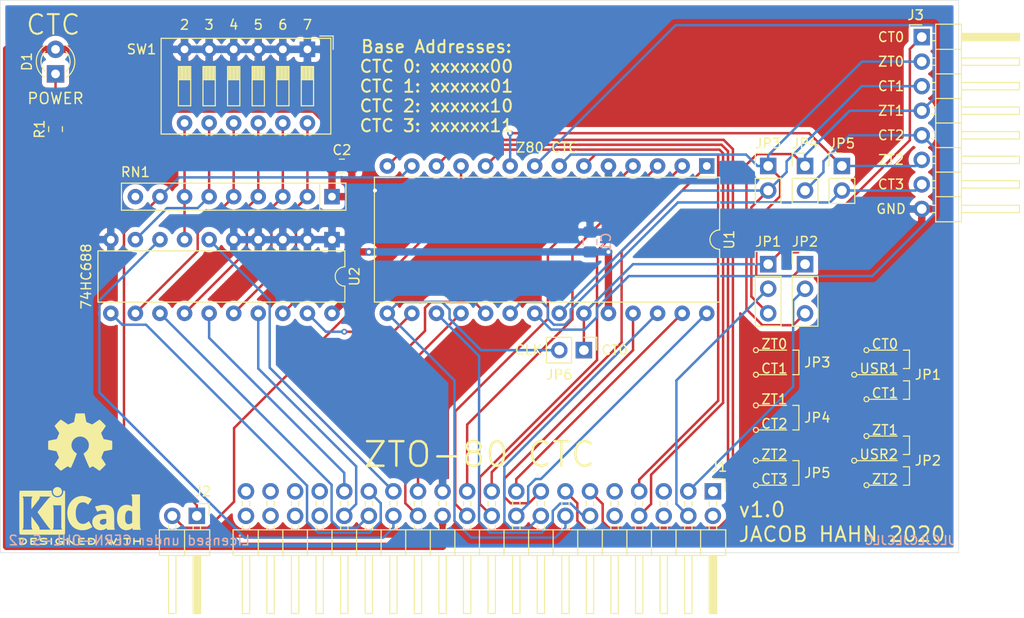
<source format=kicad_pcb>
(kicad_pcb (version 20171130) (host pcbnew "(5.1.6)-1")
  (title_block (title "ZTO-80 CTC") (date 2020-08-11) (rev 1.0) (company "Jacob Hahn"))
  (layers (0 F.Cu signal) (31 B.Cu signal) (34 B.Paste user) (35 F.Paste user) (36 B.SilkS user) (37 F.SilkS user) (38 B.Mask user) (39 F.Mask user) (44 Edge.Cuts user))
  (net 0 "")
  (net 1 VCC)
  (net 2 "Net-(D1-Pad1)")
  (net 3 /USR4)
  (net 4 /USR3)
  (net 5 /USR2)
  (net 6 /USR1)
  (net 7 /RXB)
  (net 8 /TXB)
  (net 9 /RD)
  (net 10 /IORQ)
  (net 11 /WR)
  (net 12 /MREQ)
  (net 13 /INT)
  (net 14 /RST)
  (net 15 /M1)
  (net 16 /CLK)
  (net 17 /D0)
  (net 18 /D1)
  (net 19 /D2)
  (net 20 /D3)
  (net 21 /D4)
  (net 22 /D5)
  (net 23 /D6)
  (net 24 /D7)
  (net 25 GND)
  (net 26 /A0)
  (net 27 /A1)
  (net 28 /A2)
  (net 29 /A3)
  (net 30 /A4)
  (net 31 /A5)
  (net 32 /A6)
  (net 33 /A7)
  (net 34 /A8)
  (net 35 /A9)
  (net 36 /A10)
  (net 37 /A11)
  (net 38 /A12)
  (net 39 /A13)
  (net 40 /A14)
  (net 41 /A15)
  (net 42 /IEO)
  (net 43 /CTCIEI)
  (net 44 /CT3)
  (net 45 /ZT2)
  (net 46 /CT2)
  (net 47 /ZT1)
  (net 48 /CT1)
  (net 49 /ZT0)
  (net 50 /CT0)
  (net 51 "Net-(RN1-Pad9)")
  (net 52 /SQ2)
  (net 53 /SQ3)
  (net 54 /SQ4)
  (net 55 /SQ5)
  (net 56 /SQ6)
  (net 57 /SQ7)
  (net 58 /CTCCE)
  (module Connector_PinHeader_2.54mm:PinHeader_2x20_P2.54mm_Horizontal (layer F.Cu) (at 169.545 113.665 270)
    (fp_text reference J1 (at -2.54 -0.635 180) (layer F.SilkS))
    (fp_text value "ZTO-80 Bus")
    (pad 40 thru_hole oval (at 2.54 48.26 270) (size 1.7 1.7) (drill 1) (layers *.Cu *.Mask) (net 41 /A15))
    (pad 39 thru_hole oval (at 0 48.26 270) (size 1.7 1.7) (drill 1) (layers *.Cu *.Mask) (net 40 /A14))
    (pad 38 thru_hole oval (at 2.54 45.72 270) (size 1.7 1.7) (drill 1) (layers *.Cu *.Mask) (net 39 /A13))
    (pad 37 thru_hole oval (at 0 45.72 270) (size 1.7 1.7) (drill 1) (layers *.Cu *.Mask) (net 38 /A12))
    (pad 36 thru_hole oval (at 2.54 43.18 270) (size 1.7 1.7) (drill 1) (layers *.Cu *.Mask) (net 37 /A11))
    (pad 35 thru_hole oval (at 0 43.18 270) (size 1.7 1.7) (drill 1) (layers *.Cu *.Mask) (net 36 /A10))
    (pad 34 thru_hole oval (at 2.54 40.64 270) (size 1.7 1.7) (drill 1) (layers *.Cu *.Mask) (net 35 /A9))
    (pad 33 thru_hole oval (at 0 40.64 270) (size 1.7 1.7) (drill 1) (layers *.Cu *.Mask) (net 34 /A8))
    (pad 32 thru_hole oval (at 2.54 38.1 270) (size 1.7 1.7) (drill 1) (layers *.Cu *.Mask) (net 33 /A7))
    (pad 31 thru_hole oval (at 0 38.1 270) (size 1.7 1.7) (drill 1) (layers *.Cu *.Mask) (net 32 /A6))
    (pad 30 thru_hole oval (at 2.54 35.56 270) (size 1.7 1.7) (drill 1) (layers *.Cu *.Mask) (net 31 /A5))
    (pad 29 thru_hole oval (at 0 35.56 270) (size 1.7 1.7) (drill 1) (layers *.Cu *.Mask) (net 30 /A4))
    (pad 28 thru_hole oval (at 2.54 33.02 270) (size 1.7 1.7) (drill 1) (layers *.Cu *.Mask) (net 29 /A3))
    (pad 27 thru_hole oval (at 0 33.02 270) (size 1.7 1.7) (drill 1) (layers *.Cu *.Mask) (net 28 /A2))
    (pad 26 thru_hole oval (at 2.54 30.48 270) (size 1.7 1.7) (drill 1) (layers *.Cu *.Mask) (net 27 /A1))
    (pad 25 thru_hole oval (at 0 30.48 270) (size 1.7 1.7) (drill 1) (layers *.Cu *.Mask) (net 26 /A0))
    (pad 24 thru_hole oval (at 2.54 27.94 270) (size 1.7 1.7) (drill 1) (layers *.Cu *.Mask) (net 1 VCC))
    (pad 23 thru_hole oval (at 0 27.94 270) (size 1.7 1.7) (drill 1) (layers *.Cu *.Mask) (net 25 GND))
    (pad 22 thru_hole oval (at 2.54 25.4 270) (size 1.7 1.7) (drill 1) (layers *.Cu *.Mask) (net 24 /D7))
    (pad 21 thru_hole oval (at 0 25.4 270) (size 1.7 1.7) (drill 1) (layers *.Cu *.Mask) (net 23 /D6))
    (pad 20 thru_hole oval (at 2.54 22.86 270) (size 1.7 1.7) (drill 1) (layers *.Cu *.Mask) (net 22 /D5))
    (pad 19 thru_hole oval (at 0 22.86 270) (size 1.7 1.7) (drill 1) (layers *.Cu *.Mask) (net 21 /D4))
    (pad 18 thru_hole oval (at 2.54 20.32 270) (size 1.7 1.7) (drill 1) (layers *.Cu *.Mask) (net 20 /D3))
    (pad 17 thru_hole oval (at 0 20.32 270) (size 1.7 1.7) (drill 1) (layers *.Cu *.Mask) (net 19 /D2))
    (pad 16 thru_hole oval (at 2.54 17.78 270) (size 1.7 1.7) (drill 1) (layers *.Cu *.Mask) (net 18 /D1))
    (pad 15 thru_hole oval (at 0 17.78 270) (size 1.7 1.7) (drill 1) (layers *.Cu *.Mask) (net 17 /D0))
    (pad 14 thru_hole oval (at 2.54 15.24 270) (size 1.7 1.7) (drill 1) (layers *.Cu *.Mask) (net 16 /CLK))
    (pad 13 thru_hole oval (at 0 15.24 270) (size 1.7 1.7) (drill 1) (layers *.Cu *.Mask) (net 15 /M1))
    (pad 12 thru_hole oval (at 2.54 12.7 270) (size 1.7 1.7) (drill 1) (layers *.Cu *.Mask) (net 14 /RST))
    (pad 11 thru_hole oval (at 0 12.7 270) (size 1.7 1.7) (drill 1) (layers *.Cu *.Mask) (net 13 /INT))
    (pad 10 thru_hole oval (at 2.54 10.16 270) (size 1.7 1.7) (drill 1) (layers *.Cu *.Mask) (net 12 /MREQ))
    (pad 9 thru_hole oval (at 0 10.16 270) (size 1.7 1.7) (drill 1) (layers *.Cu *.Mask) (net 11 /WR))
    (pad 8 thru_hole oval (at 2.54 7.62 270) (size 1.7 1.7) (drill 1) (layers *.Cu *.Mask) (net 10 /IORQ))
    (pad 7 thru_hole oval (at 0 7.62 270) (size 1.7 1.7) (drill 1) (layers *.Cu *.Mask) (net 9 /RD))
    (pad 6 thru_hole oval (at 2.54 5.08 270) (size 1.7 1.7) (drill 1) (layers *.Cu *.Mask) (net 8 /TXB))
    (pad 5 thru_hole oval (at 0 5.08 270) (size 1.7 1.7) (drill 1) (layers *.Cu *.Mask) (net 7 /RXB))
    (pad 4 thru_hole oval (at 2.54 2.54 270) (size 1.7 1.7) (drill 1) (layers *.Cu *.Mask) (net 6 /USR1))
    (pad 3 thru_hole oval (at 0 2.54 270) (size 1.7 1.7) (drill 1) (layers *.Cu *.Mask) (net 5 /USR2))
    (pad 2 thru_hole oval (at 2.54 0 270) (size 1.7 1.7) (drill 1) (layers *.Cu *.Mask) (net 4 /USR3))
    (pad 1 thru_hole rect (at 0 0 270) (size 1.7 1.7) (drill 1) (layers *.Cu *.Mask) (net 3 /USR4))
  )
  (module Connector_PinHeader_2.54mm:PinHeader_1x02_P2.54mm_Vertical (layer F.Cu) (at 156.21 99.06 270)
    (fp_text reference JP6 (at 2.54 2.54 180) (layer F.SilkS))
    (fp_text value Jumper_2_Open)
    (pad 1 thru_hole rect (at 0 0 270) (size 1.7 1.7) (drill 1) (layers *.Cu *.Mask) (net 50 /CT0))
    (pad 2 thru_hole oval (at 0 2.54 270) (size 1.7 1.7) (drill 1) (layers *.Cu *.Mask) (net 16 /CLK))
  )
  (module Symbol:OSHW-Symbol_6.7x6mm_SilkScreen (layer F.Cu) (at 104.14 108.585)
    (fp_text reference REF** hide)
    (fp_text value OSHW-Symbol_6.7x6mm_SilkScreen hide)
  )
  (module Symbol:KiCad-Logo2_5mm_SilkScreen (layer F.Cu) (at 104.14 116.205)
    (fp_text reference REF** hide)
    (fp_text value KiCad-Logo2_5mm_SilkScreen hide)
  )
  (module Connector_PinHeader_2.54mm:PinHeader_1x08_P2.54mm_Horizontal (layer F.Cu) (at 191.135 66.675)
    (fp_text reference J3 (at -0.635 -2.27) (layer F.SilkS))
    (fp_text value Conn_01x08)
    (pad 8 thru_hole oval (at 0 17.78) (size 1.7 1.7) (drill 1) (layers *.Cu *.Mask) (net 25 GND))
    (pad 7 thru_hole oval (at 0 15.24) (size 1.7 1.7) (drill 1) (layers *.Cu *.Mask) (net 44 /CT3))
    (pad 6 thru_hole oval (at 0 12.7) (size 1.7 1.7) (drill 1) (layers *.Cu *.Mask) (net 45 /ZT2))
    (pad 5 thru_hole oval (at 0 10.16) (size 1.7 1.7) (drill 1) (layers *.Cu *.Mask) (net 46 /CT2))
    (pad 4 thru_hole oval (at 0 7.62) (size 1.7 1.7) (drill 1) (layers *.Cu *.Mask) (net 47 /ZT1))
    (pad 3 thru_hole oval (at 0 5.08) (size 1.7 1.7) (drill 1) (layers *.Cu *.Mask) (net 48 /CT1))
    (pad 2 thru_hole oval (at 0 2.54) (size 1.7 1.7) (drill 1) (layers *.Cu *.Mask) (net 49 /ZT0))
    (pad 1 thru_hole rect (at 0 0) (size 1.7 1.7) (drill 1) (layers *.Cu *.Mask) (net 50 /CT0))
  )
  (module Package_DIP:DIP-28_W15.24mm (layer F.Cu) (at 168.91 80.01 270)
    (fp_text reference U1 (at 7.62 -2.33 90) (layer F.SilkS))
    (fp_text value Z80CTC)
    (pad 28 thru_hole oval (at 15.24 0 270) (size 1.6 1.6) (drill 0.8) (layers *.Cu *.Mask) (net 20 /D3))
    (pad 14 thru_hole oval (at 0 33.02 270) (size 1.6 1.6) (drill 0.8) (layers *.Cu *.Mask) (net 15 /M1))
    (pad 27 thru_hole oval (at 15.24 2.54 270) (size 1.6 1.6) (drill 0.8) (layers *.Cu *.Mask) (net 19 /D2))
    (pad 13 thru_hole oval (at 0 30.48 270) (size 1.6 1.6) (drill 0.8) (layers *.Cu *.Mask) (net 43 /CTCIEI))
    (pad 26 thru_hole oval (at 15.24 5.08 270) (size 1.6 1.6) (drill 0.8) (layers *.Cu *.Mask) (net 18 /D1))
    (pad 12 thru_hole oval (at 0 27.94 270) (size 1.6 1.6) (drill 0.8) (layers *.Cu *.Mask) (net 13 /INT))
    (pad 25 thru_hole oval (at 15.24 7.62 270) (size 1.6 1.6) (drill 0.8) (layers *.Cu *.Mask) (net 17 /D0))
    (pad 11 thru_hole oval (at 0 25.4 270) (size 1.6 1.6) (drill 0.8) (layers *.Cu *.Mask) (net 42 /IEO))
    (pad 24 thru_hole oval (at 15.24 10.16 270) (size 1.6 1.6) (drill 0.8) (layers *.Cu *.Mask) (net 1 VCC))
    (pad 10 thru_hole oval (at 0 22.86 270) (size 1.6 1.6) (drill 0.8) (layers *.Cu *.Mask) (net 10 /IORQ))
    (pad 23 thru_hole oval (at 15.24 12.7 270) (size 1.6 1.6) (drill 0.8) (layers *.Cu *.Mask) (net 50 /CT0))
    (pad 9 thru_hole oval (at 0 20.32 270) (size 1.6 1.6) (drill 0.8) (layers *.Cu *.Mask) (net 45 /ZT2))
    (pad 22 thru_hole oval (at 15.24 15.24 270) (size 1.6 1.6) (drill 0.8) (layers *.Cu *.Mask) (net 48 /CT1))
    (pad 8 thru_hole oval (at 0 17.78 270) (size 1.6 1.6) (drill 0.8) (layers *.Cu *.Mask) (net 47 /ZT1))
    (pad 21 thru_hole oval (at 15.24 17.78 270) (size 1.6 1.6) (drill 0.8) (layers *.Cu *.Mask) (net 46 /CT2))
    (pad 7 thru_hole oval (at 0 15.24 270) (size 1.6 1.6) (drill 0.8) (layers *.Cu *.Mask) (net 49 /ZT0))
    (pad 20 thru_hole oval (at 15.24 20.32 270) (size 1.6 1.6) (drill 0.8) (layers *.Cu *.Mask) (net 44 /CT3))
    (pad 6 thru_hole oval (at 0 12.7 270) (size 1.6 1.6) (drill 0.8) (layers *.Cu *.Mask) (net 9 /RD))
    (pad 19 thru_hole oval (at 15.24 22.86 270) (size 1.6 1.6) (drill 0.8) (layers *.Cu *.Mask) (net 27 /A1))
    (pad 5 thru_hole oval (at 0 10.16 270) (size 1.6 1.6) (drill 0.8) (layers *.Cu *.Mask) (net 25 GND))
    (pad 18 thru_hole oval (at 15.24 25.4 270) (size 1.6 1.6) (drill 0.8) (layers *.Cu *.Mask) (net 26 /A0))
    (pad 4 thru_hole oval (at 0 7.62 270) (size 1.6 1.6) (drill 0.8) (layers *.Cu *.Mask) (net 24 /D7))
    (pad 17 thru_hole oval (at 15.24 27.94 270) (size 1.6 1.6) (drill 0.8) (layers *.Cu *.Mask) (net 14 /RST))
    (pad 3 thru_hole oval (at 0 5.08 270) (size 1.6 1.6) (drill 0.8) (layers *.Cu *.Mask) (net 23 /D6))
    (pad 16 thru_hole oval (at 15.24 30.48 270) (size 1.6 1.6) (drill 0.8) (layers *.Cu *.Mask) (net 58 /CTCCE))
    (pad 2 thru_hole oval (at 0 2.54 270) (size 1.6 1.6) (drill 0.8) (layers *.Cu *.Mask) (net 22 /D5))
    (pad 15 thru_hole oval (at 15.24 33.02 270) (size 1.6 1.6) (drill 0.8) (layers *.Cu *.Mask) (net 16 /CLK))
    (pad 1 thru_hole rect (at 0 0 270) (size 1.6 1.6) (drill 0.8) (layers *.Cu *.Mask) (net 21 /D4))
  )
  (module Connector_PinHeader_2.54mm:PinHeader_1x02_P2.54mm_Horizontal (layer F.Cu) (at 116.205 116.205 270)
    (fp_text reference J2 (at -2.54 -0.635 180) (layer F.SilkS))
    (fp_text value Conn_01x02)
    (pad 2 thru_hole oval (at 0 2.54 270) (size 1.7 1.7) (drill 1) (layers *.Cu *.Mask) (net 42 /IEO))
    (pad 1 thru_hole rect (at 0 0 270) (size 1.7 1.7) (drill 1) (layers *.Cu *.Mask) (net 43 /CTCIEI))
  )
  (module Capacitor_SMD:C_0805_2012Metric_Pad1.15x1.40mm_HandSolder (layer F.Cu) (at 131.2 80.01)
    (fp_text reference C2 (at 0 -1.65) (layer F.SilkS))
    (fp_text value .1u)
    (pad 2 smd roundrect (at 1.025 0) (size 1.15 1.4) (layers F.Cu F.Paste F.Mask) (roundrect_rratio 0.217391) (net 25 GND))
    (pad 1 smd roundrect (at -1.025 0) (size 1.15 1.4) (layers F.Cu F.Paste F.Mask) (roundrect_rratio 0.217391) (net 1 VCC))
  )
  (module Capacitor_SMD:C_0805_2012Metric_Pad1.15x1.40mm_HandSolder (layer B.Cu) (at 156.845 87.875 90)
    (fp_text reference C1 (at 0 1.65 270) (layer B.SilkS) (effects (justify mirror)))
    (fp_text value .1u)
    (pad 2 smd roundrect (at 1.025 0 90) (size 1.15 1.4) (layers B.Cu B.Paste B.Mask) (roundrect_rratio 0.217391) (net 25 GND))
    (pad 1 smd roundrect (at -1.025 0 90) (size 1.15 1.4) (layers B.Cu B.Paste B.Mask) (roundrect_rratio 0.217391) (net 1 VCC))
  )
  (module Package_DIP:DIP-20_W7.62mm (layer F.Cu) (at 130.175 87.63 270)
    (fp_text reference U2 (at 3.81 -2.33 90) (layer F.SilkS))
    (fp_text value 74HC688)
    (pad 20 thru_hole oval (at 7.62 0 270) (size 1.6 1.6) (drill 0.8) (layers *.Cu *.Mask) (net 1 VCC))
    (pad 10 thru_hole oval (at 0 22.86 270) (size 1.6 1.6) (drill 0.8) (layers *.Cu *.Mask) (net 25 GND))
    (pad 19 thru_hole oval (at 7.62 2.54 270) (size 1.6 1.6) (drill 0.8) (layers *.Cu *.Mask) (net 58 /CTCCE))
    (pad 9 thru_hole oval (at 0 20.32 270) (size 1.6 1.6) (drill 0.8) (layers *.Cu *.Mask) (net 53 /SQ3))
    (pad 18 thru_hole oval (at 7.62 5.08 270) (size 1.6 1.6) (drill 0.8) (layers *.Cu *.Mask) (net 57 /SQ7))
    (pad 8 thru_hole oval (at 0 17.78 270) (size 1.6 1.6) (drill 0.8) (layers *.Cu *.Mask) (net 29 /A3))
    (pad 17 thru_hole oval (at 7.62 7.62 270) (size 1.6 1.6) (drill 0.8) (layers *.Cu *.Mask) (net 33 /A7))
    (pad 7 thru_hole oval (at 0 15.24 270) (size 1.6 1.6) (drill 0.8) (layers *.Cu *.Mask) (net 52 /SQ2))
    (pad 16 thru_hole oval (at 7.62 10.16 270) (size 1.6 1.6) (drill 0.8) (layers *.Cu *.Mask) (net 56 /SQ6))
    (pad 6 thru_hole oval (at 0 12.7 270) (size 1.6 1.6) (drill 0.8) (layers *.Cu *.Mask) (net 28 /A2))
    (pad 15 thru_hole oval (at 7.62 12.7 270) (size 1.6 1.6) (drill 0.8) (layers *.Cu *.Mask) (net 32 /A6))
    (pad 5 thru_hole oval (at 0 10.16 270) (size 1.6 1.6) (drill 0.8) (layers *.Cu *.Mask) (net 25 GND))
    (pad 14 thru_hole oval (at 7.62 15.24 270) (size 1.6 1.6) (drill 0.8) (layers *.Cu *.Mask) (net 55 /SQ5))
    (pad 4 thru_hole oval (at 0 7.62 270) (size 1.6 1.6) (drill 0.8) (layers *.Cu *.Mask) (net 25 GND))
    (pad 13 thru_hole oval (at 7.62 17.78 270) (size 1.6 1.6) (drill 0.8) (layers *.Cu *.Mask) (net 31 /A5))
    (pad 3 thru_hole oval (at 0 5.08 270) (size 1.6 1.6) (drill 0.8) (layers *.Cu *.Mask) (net 25 GND))
    (pad 12 thru_hole oval (at 7.62 20.32 270) (size 1.6 1.6) (drill 0.8) (layers *.Cu *.Mask) (net 54 /SQ4))
    (pad 2 thru_hole oval (at 0 2.54 270) (size 1.6 1.6) (drill 0.8) (layers *.Cu *.Mask) (net 25 GND))
    (pad 11 thru_hole oval (at 7.62 22.86 270) (size 1.6 1.6) (drill 0.8) (layers *.Cu *.Mask) (net 30 /A4))
    (pad 1 thru_hole rect (at 0 0 270) (size 1.6 1.6) (drill 0.8) (layers *.Cu *.Mask) (net 25 GND))
  )
  (module Button_Switch_THT:SW_DIP_SPSTx06_Slide_9.78x17.42mm_W7.62mm_P2.54mm (layer F.Cu) (at 127.635 67.945 270)
    (fp_text reference SW1 (at 0 17.145 180) (layer F.SilkS))
    (fp_text value SW_DIP_x06)
    (pad 1 thru_hole rect (at 0 0 270) (size 1.6 1.6) (drill 0.8) (layers *.Cu *.Mask) (net 25 GND))
    (pad 7 thru_hole oval (at 7.62 12.7 270) (size 1.6 1.6) (drill 0.8) (layers *.Cu *.Mask) (net 52 /SQ2))
    (pad 2 thru_hole oval (at 0 2.54 270) (size 1.6 1.6) (drill 0.8) (layers *.Cu *.Mask) (net 25 GND))
    (pad 8 thru_hole oval (at 7.62 10.16 270) (size 1.6 1.6) (drill 0.8) (layers *.Cu *.Mask) (net 53 /SQ3))
    (pad 3 thru_hole oval (at 0 5.08 270) (size 1.6 1.6) (drill 0.8) (layers *.Cu *.Mask) (net 25 GND))
    (pad 9 thru_hole oval (at 7.62 7.62 270) (size 1.6 1.6) (drill 0.8) (layers *.Cu *.Mask) (net 54 /SQ4))
    (pad 4 thru_hole oval (at 0 7.62 270) (size 1.6 1.6) (drill 0.8) (layers *.Cu *.Mask) (net 25 GND))
    (pad 10 thru_hole oval (at 7.62 5.08 270) (size 1.6 1.6) (drill 0.8) (layers *.Cu *.Mask) (net 55 /SQ5))
    (pad 5 thru_hole oval (at 0 10.16 270) (size 1.6 1.6) (drill 0.8) (layers *.Cu *.Mask) (net 25 GND))
    (pad 11 thru_hole oval (at 7.62 2.54 270) (size 1.6 1.6) (drill 0.8) (layers *.Cu *.Mask) (net 56 /SQ6))
    (pad 6 thru_hole oval (at 0 12.7 270) (size 1.6 1.6) (drill 0.8) (layers *.Cu *.Mask) (net 25 GND))
    (pad 12 thru_hole oval (at 7.62 0 270) (size 1.6 1.6) (drill 0.8) (layers *.Cu *.Mask) (net 57 /SQ7))
  )
  (module Resistor_THT:R_Array_SIP9 (layer F.Cu) (at 130.175 83.185 180)
    (fp_text reference RN1 (at 20.32 2.54) (layer F.SilkS))
    (fp_text value 10k)
    (pad 9 thru_hole oval (at 20.32 0 180) (size 1.6 1.6) (drill 0.8) (layers *.Cu *.Mask) (net 51 "Net-(RN1-Pad9)"))
    (pad 8 thru_hole oval (at 17.78 0 180) (size 1.6 1.6) (drill 0.8) (layers *.Cu *.Mask) (net 43 /CTCIEI))
    (pad 7 thru_hole oval (at 15.24 0 180) (size 1.6 1.6) (drill 0.8) (layers *.Cu *.Mask) (net 52 /SQ2))
    (pad 6 thru_hole oval (at 12.7 0 180) (size 1.6 1.6) (drill 0.8) (layers *.Cu *.Mask) (net 53 /SQ3))
    (pad 5 thru_hole oval (at 10.16 0 180) (size 1.6 1.6) (drill 0.8) (layers *.Cu *.Mask) (net 54 /SQ4))
    (pad 4 thru_hole oval (at 7.62 0 180) (size 1.6 1.6) (drill 0.8) (layers *.Cu *.Mask) (net 55 /SQ5))
    (pad 3 thru_hole oval (at 5.08 0 180) (size 1.6 1.6) (drill 0.8) (layers *.Cu *.Mask) (net 56 /SQ6))
    (pad 2 thru_hole oval (at 2.54 0 180) (size 1.6 1.6) (drill 0.8) (layers *.Cu *.Mask) (net 57 /SQ7))
    (pad 1 thru_hole rect (at 0 0 180) (size 1.6 1.6) (drill 0.8) (layers *.Cu *.Mask) (net 1 VCC))
  )
  (module Connector_PinHeader_2.54mm:PinHeader_1x02_P2.54mm_Vertical (layer F.Cu) (at 182.88 80.01)
    (fp_text reference JP5 (at 0 -2.33) (layer F.SilkS))
    (fp_text value Jumper_2_Open)
    (pad 2 thru_hole oval (at 0 2.54) (size 1.7 1.7) (drill 1) (layers *.Cu *.Mask) (net 44 /CT3))
    (pad 1 thru_hole rect (at 0 0) (size 1.7 1.7) (drill 1) (layers *.Cu *.Mask) (net 45 /ZT2))
  )
  (module Connector_PinHeader_2.54mm:PinHeader_1x02_P2.54mm_Vertical (layer F.Cu) (at 179.07 80.01)
    (fp_text reference JP4 (at 0 -2.33) (layer F.SilkS))
    (fp_text value Jumper_2_Open)
    (pad 2 thru_hole oval (at 0 2.54) (size 1.7 1.7) (drill 1) (layers *.Cu *.Mask) (net 46 /CT2))
    (pad 1 thru_hole rect (at 0 0) (size 1.7 1.7) (drill 1) (layers *.Cu *.Mask) (net 47 /ZT1))
  )
  (module Connector_PinHeader_2.54mm:PinHeader_1x02_P2.54mm_Vertical (layer F.Cu) (at 175.26 80.01)
    (fp_text reference JP3 (at 0 -2.33) (layer F.SilkS))
    (fp_text value Jumper_2_Open)
    (pad 2 thru_hole oval (at 0 2.54) (size 1.7 1.7) (drill 1) (layers *.Cu *.Mask) (net 48 /CT1))
    (pad 1 thru_hole rect (at 0 0) (size 1.7 1.7) (drill 1) (layers *.Cu *.Mask) (net 49 /ZT0))
  )
  (module Connector_PinHeader_2.54mm:PinHeader_1x03_P2.54mm_Vertical (layer F.Cu) (at 179.07 90.17)
    (fp_text reference JP2 (at 0 -2.33) (layer F.SilkS))
    (fp_text value Jumper_3_Open)
    (pad 1 thru_hole rect (at 0 0) (size 1.7 1.7) (drill 1) (layers *.Cu *.Mask) (net 49 /ZT0))
    (pad 2 thru_hole oval (at 0 2.54) (size 1.7 1.7) (drill 1) (layers *.Cu *.Mask) (net 5 /USR2))
    (pad 3 thru_hole oval (at 0 5.08) (size 1.7 1.7) (drill 1) (layers *.Cu *.Mask) (net 47 /ZT1))
  )
  (module Connector_PinHeader_2.54mm:PinHeader_1x03_P2.54mm_Vertical (layer F.Cu) (at 175.26 90.17)
    (fp_text reference JP1 (at 0 -2.33) (layer F.SilkS))
    (fp_text value Jumper_3_Open)
    (pad 3 thru_hole oval (at 0 5.08) (size 1.7 1.7) (drill 1) (layers *.Cu *.Mask) (net 48 /CT1))
    (pad 2 thru_hole oval (at 0 2.54) (size 1.7 1.7) (drill 1) (layers *.Cu *.Mask) (net 6 /USR1))
    (pad 1 thru_hole rect (at 0 0) (size 1.7 1.7) (drill 1) (layers *.Cu *.Mask) (net 50 /CT0))
  )
  (module Resistor_SMD:R_0805_2012Metric_Pad1.15x1.40mm_HandSolder (layer F.Cu) (at 101.6 76.2 90)
    (fp_text reference R1 (at 0 -1.65 90) (layer F.SilkS))
    (fp_text value 220)
    (pad 2 smd roundrect (at 1.025 0 90) (size 1.15 1.4) (layers F.Cu F.Paste F.Mask) (roundrect_rratio 0.217391) (net 2 "Net-(D1-Pad1)"))
    (pad 1 smd roundrect (at -1.025 0 90) (size 1.15 1.4) (layers F.Cu F.Paste F.Mask) (roundrect_rratio 0.217391) (net 25 GND))
  )
  (module LED_THT:LED_D3.0mm (layer F.Cu) (at 101.6 70.485 90)
    (fp_text reference D1 (at 1.27 -2.96 90) (layer F.SilkS))
    (fp_text value "LED 3MM RED")
    (pad 2 thru_hole circle (at 2.54 0 90) (size 1.8 1.8) (drill 0.9) (layers *.Cu *.Mask) (net 1 VCC))
    (pad 1 thru_hole rect (at 0 0 90) (size 1.8 1.8) (drill 0.9) (layers *.Cu *.Mask) (net 2 "Net-(D1-Pad1)"))
  )
  (gr_text 7 (at 127.635 65.405) (layer F.SilkS) (effects (font (size 1 1))))
  (gr_text 6 (at 125.095 65.405) (layer F.SilkS) (effects (font (size 1 1))))
  (gr_text 5 (at 122.555 65.405) (layer F.SilkS) (effects (font (size 1 1))))
  (gr_text 4 (at 120.015 65.405) (layer F.SilkS) (effects (font (size 1 1))))
  (gr_text 3 (at 117.475 65.405) (layer F.SilkS) (effects (font (size 1 1))))
  (gr_text 2 (at 114.935 65.405) (layer F.SilkS) (effects (font (size 1 1))))
  (gr_text "Base Addresses:\nCTC 0: xxxxxx00\nCTC 1: xxxxxx01\nCTC 2: xxxxxx10\nCTC 3: xxxxxx11" (at 140.97 71.755) (layer F.SilkS) (effects (font (size 1.27 1.27) (thickness 0.2032))))
  (gr_text "Licensed under CERN-OHL-S v2" (at 109.22 118.745) (layer B.SilkS) (effects (font (size 1 1)) (justify mirror)))
  (gr_text v1.0 (at 172.085 115.57) (layer F.SilkS) (effects (font (size 1.524 1.524) (thickness 0.2032)) (justify left)))
  (gr_text CT0 (at 159.385 99.06) (layer F.SilkS) (effects (font (size 1 1))))
  (gr_text CLK (at 150.495 99.06) (layer F.SilkS) (effects (font (size 1 1))))
  (gr_text 74HC688 (at 104.775 91.44 90) (layer F.SilkS) (effects (font (size 1 1))))
  (gr_text "Z80 CTC" (at 152.4 78.105) (layer F.SilkS) (effects (font (size 1 1))))
  (gr_text JP2 (at 191.77 110.49) (layer F.SilkS) (effects (font (size 1 1))))
  (gr_text JP1 (at 191.77 101.6) (layer F.SilkS) (effects (font (size 1 1))))
  (gr_text ZT2 (at 187.325 112.395) (layer F.SilkS) (effects (font (size 1 1))))
  (gr_text ZT1 (at 187.325 107.315) (layer F.SilkS) (effects (font (size 1 1))))
  (gr_text CT1 (at 187.325 103.505) (layer F.SilkS) (effects (font (size 1 1))))
  (gr_text CT0 (at 187.325 98.425) (layer F.SilkS) (effects (font (size 1 1))))
  (gr_text USR2 (at 186.69 109.855) (layer F.SilkS) (effects (font (size 1 1))))
  (gr_text USR1 (at 186.69 100.965) (layer F.SilkS) (effects (font (size 1 1))))
  (gr_line (start 189.865 113.03) (end 189.23 113.03) (layer F.SilkS) (width 0.12))
  (gr_line (start 189.865 111.125) (end 189.865 113.03) (layer F.SilkS) (width 0.12))
  (gr_line (start 189.23 111.125) (end 189.865 111.125) (layer F.SilkS) (width 0.12))
  (gr_line (start 189.865 109.855) (end 189.23 109.855) (layer F.SilkS) (width 0.12))
  (gr_line (start 189.865 107.95) (end 189.865 109.855) (layer F.SilkS) (width 0.12))
  (gr_line (start 189.23 107.95) (end 189.865 107.95) (layer F.SilkS) (width 0.12))
  (gr_circle (center 185.42 113.03) (end 185.674 113.03) (layer F.SilkS) (width 0.12))
  (gr_line (start 185.674 113.03) (end 188.595 113.03) (layer F.SilkS) (width 0.12))
  (gr_line (start 184.404 110.49) (end 188.595 110.49) (layer F.SilkS) (width 0.12))
  (gr_circle (center 184.15 110.49) (end 184.404 110.49) (layer F.SilkS) (width 0.12))
  (gr_line (start 185.674 107.95) (end 188.595 107.95) (layer F.SilkS) (width 0.12))
  (gr_circle (center 185.42 107.95) (end 185.674 107.95) (layer F.SilkS) (width 0.12))
  (gr_line (start 189.865 102.235) (end 189.23 102.235) (layer F.SilkS) (width 0.12))
  (gr_line (start 189.865 104.14) (end 189.865 102.235) (layer F.SilkS) (width 0.12))
  (gr_line (start 189.23 104.14) (end 189.865 104.14) (layer F.SilkS) (width 0.12))
  (gr_line (start 189.865 100.965) (end 189.23 100.965) (layer F.SilkS) (width 0.12))
  (gr_line (start 189.865 99.06) (end 189.865 100.965) (layer F.SilkS) (width 0.12))
  (gr_line (start 189.23 99.06) (end 189.865 99.06) (layer F.SilkS) (width 0.12))
  (gr_circle (center 185.42 104.14) (end 185.674 104.14) (layer F.SilkS) (width 0.12))
  (gr_line (start 185.674 104.14) (end 188.595 104.14) (layer F.SilkS) (width 0.12))
  (gr_circle (center 184.15 101.6) (end 184.404 101.6) (layer F.SilkS) (width 0.12))
  (gr_line (start 184.404 101.6) (end 188.595 101.6) (layer F.SilkS) (width 0.12))
  (gr_circle (center 185.42 99.06) (end 185.674 99.06) (layer F.SilkS) (width 0.12))
  (gr_line (start 185.674 99.06) (end 188.595 99.06) (layer F.SilkS) (width 0.12))
  (gr_line (start 178.435 113.03) (end 177.8 113.03) (layer F.SilkS) (width 0.12))
  (gr_line (start 178.435 110.49) (end 178.435 113.03) (layer F.SilkS) (width 0.12))
  (gr_line (start 177.8 110.49) (end 178.435 110.49) (layer F.SilkS) (width 0.12))
  (gr_line (start 178.435 107.315) (end 177.8 107.315) (layer F.SilkS) (width 0.12))
  (gr_line (start 178.435 104.775) (end 178.435 107.315) (layer F.SilkS) (width 0.12))
  (gr_line (start 177.8 104.775) (end 178.435 104.775) (layer F.SilkS) (width 0.12))
  (gr_line (start 178.435 101.6) (end 177.8 101.6) (layer F.SilkS) (width 0.12))
  (gr_line (start 178.435 99.06) (end 178.435 101.6) (layer F.SilkS) (width 0.12))
  (gr_line (start 177.8 99.06) (end 178.435 99.06) (layer F.SilkS) (width 0.12))
  (gr_line (start 174.244 99.06) (end 177.165 99.06) (layer F.SilkS) (width 0.12))
  (gr_circle (center 173.99 99.06) (end 174.244 99.06) (layer F.SilkS) (width 0.12))
  (gr_line (start 174.244 101.6) (end 177.165 101.6) (layer F.SilkS) (width 0.12))
  (gr_circle (center 173.99 101.6) (end 174.244 101.6) (layer F.SilkS) (width 0.12))
  (gr_line (start 174.244 104.775) (end 177.165 104.775) (layer F.SilkS) (width 0.12))
  (gr_circle (center 173.99 104.775) (end 174.244 104.775) (layer F.SilkS) (width 0.12))
  (gr_circle (center 173.99 107.315) (end 174.244 107.315) (layer F.SilkS) (width 0.12))
  (gr_line (start 174.244 107.315) (end 177.165 107.315) (layer F.SilkS) (width 0.12))
  (gr_circle (center 173.99 110.49) (end 174.244 110.49) (layer F.SilkS) (width 0.12))
  (gr_line (start 174.244 110.49) (end 177.165 110.49) (layer F.SilkS) (width 0.12))
  (gr_circle (center 173.99 113.03) (end 174.244 113.03) (layer F.SilkS) (width 0.12))
  (gr_text CT3 (at 175.895 112.395) (layer F.SilkS) (effects (font (size 1 1))))
  (gr_text JP5 (at 180.34 111.76) (layer F.SilkS) (effects (font (size 1 1))))
  (gr_text ZT2 (at 175.895 109.855) (layer F.SilkS) (effects (font (size 1 1))))
  (gr_line (start 174.244 113.03) (end 177.165 113.03) (layer F.SilkS) (width 0.12))
  (gr_text CT2 (at 175.895 106.68) (layer F.SilkS) (effects (font (size 1 1))))
  (gr_text JP4 (at 180.34 106.045) (layer F.SilkS) (effects (font (size 1 1))))
  (gr_text ZT1 (at 175.895 104.14) (layer F.SilkS) (effects (font (size 1 1))))
  (gr_text CT1 (at 175.895 100.965) (layer F.SilkS) (effects (font (size 1 1))))
  (gr_text JP3 (at 180.34 100.33) (layer F.SilkS) (effects (font (size 1 1))))
  (gr_text ZT0 (at 175.895 98.425) (layer F.SilkS) (effects (font (size 1 1))))
  (gr_text GND (at 187.96 84.455) (layer F.SilkS) (effects (font (size 1 1))))
  (gr_text CT3 (at 187.96 81.915) (layer F.SilkS) (effects (font (size 1 1))))
  (gr_text ZT2 (at 187.96 79.375) (layer F.SilkS) (effects (font (size 1 1))))
  (gr_text CT2 (at 187.96 76.835) (layer F.SilkS) (effects (font (size 1 1))))
  (gr_text ZT1 (at 187.96 74.295) (layer F.SilkS) (effects (font (size 1 1))))
  (gr_text CT1 (at 187.96 71.755) (layer F.SilkS) (effects (font (size 1 1))))
  (gr_text ZT0 (at 187.96 69.215) (layer F.SilkS) (effects (font (size 1 1))))
  (gr_text CT0 (at 187.96 66.675) (layer F.SilkS) (effects (font (size 1 1))))
  (gr_text POWER (at 101.6 73.025) (layer F.SilkS) (effects (font (size 1.143 1.143) (thickness 0.1524))))
  (gr_text JLCJLCJLCJLC (at 189.865 118.745) (layer B.SilkS) (effects (font (size 0.899998 0.899998) (thickness 0.159995)) (justify mirror)))
  (gr_text "JACOB HAHN 2020" (at 182.88 118.11) (layer F.SilkS) (effects (font (size 1.524 1.524) (thickness 0.2032))))
  (gr_text "ZTO-80 CTC" (at 145.415 109.855) (layer F.SilkS) (effects (font (size 2.54 2.54) (thickness 0.254))))
  (gr_text CTC (at 98.425 65.405) (layer F.SilkS) (effects (font (size 2.032 2.032) (thickness 0.2032)) (justify left)))
  (gr_line (start 95.885 120.015) (end 95.885 62.865) (layer Edge.Cuts) (width 0.05))
  (gr_line (start 194.945 120.015) (end 95.885 120.015) (layer Edge.Cuts) (width 0.05))
  (gr_line (start 194.945 62.865) (end 194.945 120.015) (layer Edge.Cuts) (width 0.05))
  (gr_line (start 95.885 62.865) (end 194.945 62.865) (layer Edge.Cuts) (width 0.05))
  (segment (start 132.08 93.345) (end 130.974999 94.450001) (width 0.762) (layer F.Cu) (net 1))
  (segment (start 130.974999 94.450001) (end 130.175 95.25) (width 0.762) (layer F.Cu) (net 1))
  (segment (start 131.737 83.185) (end 132.08 83.528) (width 0.762) (layer F.Cu) (net 1))
  (segment (start 130.175 83.185) (end 131.737 83.185) (width 0.762) (layer F.Cu) (net 1))
  (via (at 158.75 88.9) (size 0.8128) (drill 0.4064) (layers F.Cu B.Cu) (net 1))
  (segment (start 158.75 95.25) (end 158.75 88.9) (width 0.762) (layer F.Cu) (net 1))
  (segment (start 158.75 88.9) (end 133.985 88.9) (width 0.762) (layer B.Cu) (net 1))
  (via (at 133.985 88.9) (size 0.8128) (drill 0.4064) (layers F.Cu B.Cu) (net 1))
  (segment (start 132.08 83.528) (end 132.08 88.9) (width 0.762) (layer F.Cu) (net 1))
  (segment (start 133.985 88.9) (end 132.08 88.9) (width 0.762) (layer F.Cu) (net 1))
  (segment (start 132.08 88.9) (end 132.08 93.345) (width 0.762) (layer F.Cu) (net 1))
  (segment (start 130.175 75.981198) (end 130.175 83.185) (width 0.762) (layer F.Cu) (net 1))
  (segment (start 102.872792 67.945) (end 109.057791 74.129999) (width 0.762) (layer F.Cu) (net 1))
  (segment (start 128.323801 74.129999) (end 130.175 75.981198) (width 0.762) (layer F.Cu) (net 1))
  (segment (start 109.057791 74.129999) (end 128.323801 74.129999) (width 0.762) (layer F.Cu) (net 1))
  (segment (start 101.6 67.945) (end 102.872792 67.945) (width 0.762) (layer F.Cu) (net 1))
  (segment (start 141.605 116.205) (end 141.605 119.35499) (width 0.762) (layer F.Cu) (net 1))
  (segment (start 141.605 119.35499) (end 96.54501 119.35499) (width 0.762) (layer F.Cu) (net 1))
  (segment (start 96.54501 119.35499) (end 96.54501 67.945) (width 0.762) (layer F.Cu) (net 1))
  (segment (start 96.54501 67.945) (end 101.6 67.945) (width 0.762) (layer F.Cu) (net 1))
  (segment (start 101.6 70.485) (end 101.6 75.175) (width 0.254) (layer F.Cu) (net 2))
  (segment (start 167.854999 112.815001) (end 167.005 113.665) (width 0.254) (layer B.Cu) (net 5))
  (segment (start 177.838999 93.941001) (end 177.838999 102.831001) (width 0.254) (layer B.Cu) (net 5))
  (segment (start 177.838999 102.831001) (end 167.854999 112.815001) (width 0.254) (layer B.Cu) (net 5))
  (segment (start 179.07 92.71) (end 177.838999 93.941001) (width 0.254) (layer B.Cu) (net 5))
  (segment (start 166.155001 115.355001) (end 167.005 116.205) (width 0.254) (layer B.Cu) (net 6))
  (segment (start 165.773999 114.973999) (end 166.155001 115.355001) (width 0.254) (layer B.Cu) (net 6))
  (segment (start 165.773999 102.196001) (end 165.773999 114.973999) (width 0.254) (layer B.Cu) (net 6))
  (segment (start 175.26 92.71) (end 165.773999 102.196001) (width 0.254) (layer B.Cu) (net 6))
  (segment (start 157.391001 78.828999) (end 157.009999 79.210001) (width 0.254) (layer F.Cu) (net 9))
  (segment (start 170.014801 78.828999) (end 157.391001 78.828999) (width 0.254) (layer F.Cu) (net 9))
  (segment (start 157.009999 79.210001) (end 156.21 80.01) (width 0.254) (layer F.Cu) (net 9))
  (segment (start 170.091001 78.905199) (end 170.014801 78.828999) (width 0.254) (layer F.Cu) (net 9))
  (segment (start 170.091001 104.296918) (end 170.091001 78.905199) (width 0.254) (layer F.Cu) (net 9))
  (segment (start 161.925 112.462919) (end 170.091001 104.296918) (width 0.254) (layer F.Cu) (net 9))
  (segment (start 161.925 113.665) (end 161.925 112.462919) (width 0.254) (layer F.Cu) (net 9))
  (segment (start 146.849999 79.210001) (end 146.05 80.01) (width 0.254) (layer F.Cu) (net 10))
  (segment (start 147.739011 78.320989) (end 146.849999 79.210001) (width 0.254) (layer F.Cu) (net 10))
  (segment (start 170.59901 78.694774) (end 170.225225 78.320989) (width 0.254) (layer F.Cu) (net 10))
  (segment (start 170.599011 104.507342) (end 170.59901 78.694774) (width 0.254) (layer F.Cu) (net 10))
  (segment (start 163.156001 111.950352) (end 170.599011 104.507342) (width 0.254) (layer F.Cu) (net 10))
  (segment (start 170.225225 78.320989) (end 147.739011 78.320989) (width 0.254) (layer F.Cu) (net 10))
  (segment (start 163.156001 114.973999) (end 163.156001 111.950352) (width 0.254) (layer F.Cu) (net 10))
  (segment (start 161.925 116.205) (end 163.156001 114.973999) (width 0.254) (layer F.Cu) (net 10))
  (segment (start 170.435649 77.812979) (end 143.167021 77.812979) (width 0.254) (layer F.Cu) (net 13))
  (segment (start 171.107019 78.484349) (end 170.435649 77.812979) (width 0.254) (layer F.Cu) (net 13))
  (segment (start 171.107019 116.464863) (end 171.107019 78.484349) (width 0.254) (layer F.Cu) (net 13))
  (segment (start 143.167021 77.812979) (end 141.769999 79.210001) (width 0.254) (layer F.Cu) (net 13))
  (segment (start 170.135881 117.436001) (end 171.107019 116.464863) (width 0.254) (layer F.Cu) (net 13))
  (segment (start 158.794119 117.436001) (end 170.135881 117.436001) (width 0.254) (layer F.Cu) (net 13))
  (segment (start 141.769999 79.210001) (end 140.97 80.01) (width 0.254) (layer F.Cu) (net 13))
  (segment (start 158.153999 114.973999) (end 158.153999 116.795881) (width 0.254) (layer F.Cu) (net 13))
  (segment (start 158.153999 116.795881) (end 158.794119 117.436001) (width 0.254) (layer F.Cu) (net 13))
  (segment (start 156.845 113.665) (end 158.153999 114.973999) (width 0.254) (layer F.Cu) (net 13))
  (segment (start 141.769999 96.049999) (end 140.97 95.25) (width 0.254) (layer B.Cu) (net 14))
  (segment (start 145.376001 99.656001) (end 141.769999 96.049999) (width 0.254) (layer B.Cu) (net 14))
  (segment (start 145.376001 116.795881) (end 145.376001 99.656001) (width 0.254) (layer B.Cu) (net 14))
  (segment (start 146.524131 117.944011) (end 145.376001 116.795881) (width 0.254) (layer B.Cu) (net 14))
  (segment (start 151.847871 117.944011) (end 146.524131 117.944011) (width 0.254) (layer B.Cu) (net 14))
  (segment (start 153.753118 114.935) (end 152.996001 115.692117) (width 0.254) (layer B.Cu) (net 14))
  (segment (start 154.856882 114.935) (end 153.753118 114.935) (width 0.254) (layer B.Cu) (net 14))
  (segment (start 152.996001 116.795881) (end 151.847871 117.944011) (width 0.254) (layer B.Cu) (net 14))
  (segment (start 152.996001 115.692117) (end 152.996001 116.795881) (width 0.254) (layer B.Cu) (net 14))
  (segment (start 156.126882 116.205) (end 154.856882 114.935) (width 0.254) (layer B.Cu) (net 14))
  (segment (start 156.845 116.205) (end 156.126882 116.205) (width 0.254) (layer B.Cu) (net 14))
  (segment (start 155.536001 116.717883) (end 156.762129 117.944011) (width 0.254) (layer F.Cu) (net 15))
  (segment (start 154.305 113.665) (end 155.536001 114.896001) (width 0.254) (layer F.Cu) (net 15))
  (segment (start 155.536001 114.896001) (end 155.536001 116.717883) (width 0.254) (layer F.Cu) (net 15))
  (segment (start 156.762129 117.944011) (end 170.346306 117.94401) (width 0.254) (layer F.Cu) (net 15))
  (segment (start 171.615029 116.675287) (end 171.615029 78.270029) (width 0.254) (layer F.Cu) (net 15))
  (segment (start 170.346306 117.94401) (end 171.615029 116.675287) (width 0.254) (layer F.Cu) (net 15))
  (segment (start 171.615029 78.270029) (end 170.649969 77.304969) (width 0.254) (layer F.Cu) (net 15))
  (segment (start 138.595031 77.304969) (end 135.89 80.01) (width 0.254) (layer F.Cu) (net 15))
  (segment (start 170.649969 77.304969) (end 138.595031 77.304969) (width 0.254) (layer F.Cu) (net 15))
  (segment (start 142.836001 116.717883) (end 142.836001 102.196001) (width 0.254) (layer B.Cu) (net 16))
  (segment (start 144.570138 118.45202) (end 142.836001 116.717883) (width 0.254) (layer B.Cu) (net 16))
  (segment (start 153.260061 118.45202) (end 144.570138 118.45202) (width 0.254) (layer B.Cu) (net 16))
  (segment (start 136.689999 96.049999) (end 135.89 95.25) (width 0.254) (layer B.Cu) (net 16))
  (segment (start 154.305 117.407081) (end 153.260061 118.45202) (width 0.254) (layer B.Cu) (net 16))
  (segment (start 142.836001 102.196001) (end 136.689999 96.049999) (width 0.254) (layer B.Cu) (net 16))
  (segment (start 154.305 116.205) (end 154.305 117.407081) (width 0.254) (layer B.Cu) (net 16))
  (segment (start 145.572118 99.06) (end 153.67 99.06) (width 0.254) (layer B.Cu) (net 16))
  (segment (start 142.328999 95.816881) (end 145.572118 99.06) (width 0.254) (layer B.Cu) (net 16))
  (segment (start 141.536881 94.068999) (end 142.328999 94.861117) (width 0.254) (layer B.Cu) (net 16))
  (segment (start 137.071001 94.068999) (end 141.536881 94.068999) (width 0.254) (layer B.Cu) (net 16))
  (segment (start 142.328999 94.861117) (end 142.328999 95.816881) (width 0.254) (layer B.Cu) (net 16))
  (segment (start 135.89 95.25) (end 137.071001 94.068999) (width 0.254) (layer B.Cu) (net 16))
  (segment (start 161.29 97.79) (end 161.29 95.25) (width 0.254) (layer F.Cu) (net 17))
  (segment (start 151.765 113.665) (end 150.533999 114.896001) (width 0.254) (layer F.Cu) (net 17))
  (segment (start 148.634119 114.896001) (end 147.993999 114.255881) (width 0.254) (layer F.Cu) (net 17))
  (segment (start 150.533999 114.896001) (end 148.634119 114.896001) (width 0.254) (layer F.Cu) (net 17))
  (segment (start 147.993999 114.255881) (end 147.993999 112.356001) (width 0.254) (layer F.Cu) (net 17))
  (segment (start 161.29 99.06) (end 161.29 97.79) (width 0.254) (layer F.Cu) (net 17))
  (segment (start 147.993999 112.356001) (end 161.29 99.06) (width 0.254) (layer F.Cu) (net 17))
  (segment (start 163.030001 96.049999) (end 163.83 95.25) (width 0.254) (layer B.Cu) (net 18))
  (segment (start 147.993999 111.086001) (end 163.030001 96.049999) (width 0.254) (layer B.Cu) (net 18))
  (segment (start 147.993999 116.795881) (end 147.993999 111.086001) (width 0.254) (layer B.Cu) (net 18))
  (segment (start 148.634119 117.436001) (end 147.993999 116.795881) (width 0.254) (layer B.Cu) (net 18))
  (segment (start 150.533999 117.436001) (end 148.634119 117.436001) (width 0.254) (layer B.Cu) (net 18))
  (segment (start 151.765 116.205) (end 150.533999 117.436001) (width 0.254) (layer B.Cu) (net 18))
  (segment (start 149.225 112.395) (end 166.37 95.25) (width 0.254) (layer F.Cu) (net 19))
  (segment (start 149.225 113.665) (end 149.225 112.395) (width 0.254) (layer F.Cu) (net 19))
  (segment (start 150.456001 113.152117) (end 151.213118 112.395) (width 0.254) (layer B.Cu) (net 20))
  (segment (start 149.225 116.205) (end 150.456001 114.973999) (width 0.254) (layer B.Cu) (net 20))
  (segment (start 150.456001 114.973999) (end 150.456001 113.152117) (width 0.254) (layer B.Cu) (net 20))
  (segment (start 151.765 112.395) (end 168.91 95.25) (width 0.254) (layer B.Cu) (net 20))
  (segment (start 151.213118 112.395) (end 151.765 112.395) (width 0.254) (layer B.Cu) (net 20))
  (segment (start 160.108999 88.811001) (end 168.91 80.01) (width 0.254) (layer F.Cu) (net 21))
  (segment (start 160.108999 98.265237) (end 160.108999 88.811001) (width 0.254) (layer F.Cu) (net 21))
  (segment (start 146.685 113.665) (end 146.685 111.689236) (width 0.254) (layer F.Cu) (net 21))
  (segment (start 146.685 111.689236) (end 160.108999 98.265237) (width 0.254) (layer F.Cu) (net 21))
  (segment (start 145.453999 114.973999) (end 146.685 116.205) (width 0.254) (layer F.Cu) (net 22))
  (segment (start 166.37 80.01) (end 157.568999 88.811001) (width 0.254) (layer F.Cu) (net 22))
  (segment (start 157.568999 88.811001) (end 157.568999 100.086803) (width 0.254) (layer F.Cu) (net 22))
  (segment (start 145.453999 112.201803) (end 157.568999 100.086803) (width 0.254) (layer F.Cu) (net 22))
  (segment (start 145.453999 114.973999) (end 145.453999 112.201803) (width 0.254) (layer F.Cu) (net 22))
  (segment (start 155.028999 88.811001) (end 163.83 80.01) (width 0.254) (layer F.Cu) (net 23))
  (segment (start 155.028999 95.879119) (end 155.028999 88.811001) (width 0.254) (layer F.Cu) (net 23))
  (segment (start 144.145 106.763118) (end 155.028999 95.879119) (width 0.254) (layer F.Cu) (net 23))
  (segment (start 144.145 113.665) (end 144.145 106.763118) (width 0.254) (layer F.Cu) (net 23))
  (segment (start 143.295001 115.355001) (end 144.145 116.205) (width 0.254) (layer F.Cu) (net 24))
  (segment (start 142.913999 114.973999) (end 143.295001 115.355001) (width 0.254) (layer F.Cu) (net 24))
  (segment (start 142.913999 105.391881) (end 142.913999 114.973999) (width 0.254) (layer F.Cu) (net 24))
  (segment (start 152.488999 95.816881) (end 142.913999 105.391881) (width 0.254) (layer F.Cu) (net 24))
  (segment (start 152.488999 88.811001) (end 152.488999 95.816881) (width 0.254) (layer F.Cu) (net 24))
  (segment (start 161.29 80.01) (end 152.488999 88.811001) (width 0.254) (layer F.Cu) (net 24))
  (via (at 134.62 82.55) (size 0.8128) (drill 0.4064) (layers F.Cu B.Cu) (net 25))
  (segment (start 143.51 95.25) (end 139.065 99.695) (width 0.254) (layer F.Cu) (net 26))
  (segment (start 139.065 99.695) (end 139.065 113.665) (width 0.254) (layer F.Cu) (net 26))
  (segment (start 145.250001 94.450001) (end 146.05 95.25) (width 0.254) (layer F.Cu) (net 27))
  (segment (start 139.788999 94.683119) (end 140.403119 94.068999) (width 0.254) (layer F.Cu) (net 27))
  (segment (start 139.788999 97.066001) (end 139.788999 94.683119) (width 0.254) (layer F.Cu) (net 27))
  (segment (start 140.403119 94.068999) (end 144.868999 94.068999) (width 0.254) (layer F.Cu) (net 27))
  (segment (start 137.756001 99.098999) (end 139.788999 97.066001) (width 0.254) (layer F.Cu) (net 27))
  (segment (start 144.868999 94.068999) (end 145.250001 94.450001) (width 0.254) (layer F.Cu) (net 27))
  (segment (start 137.756001 114.896001) (end 137.756001 99.098999) (width 0.254) (layer F.Cu) (net 27))
  (segment (start 139.065 116.205) (end 137.756001 114.896001) (width 0.254) (layer F.Cu) (net 27))
  (segment (start 118.274999 88.429999) (end 117.475 87.63) (width 0.254) (layer B.Cu) (net 28))
  (segment (start 123.736001 93.891001) (end 118.274999 88.429999) (width 0.254) (layer B.Cu) (net 28))
  (segment (start 123.736001 100.876001) (end 123.736001 93.891001) (width 0.254) (layer B.Cu) (net 28))
  (segment (start 136.525 113.665) (end 123.736001 100.876001) (width 0.254) (layer B.Cu) (net 28))
  (segment (start 106.133999 93.891001) (end 111.595001 88.429999) (width 0.254) (layer B.Cu) (net 29))
  (segment (start 106.133999 103.439801) (end 106.133999 93.891001) (width 0.254) (layer B.Cu) (net 29))
  (segment (start 121.146217 118.452019) (end 106.133999 103.439801) (width 0.254) (layer B.Cu) (net 29))
  (segment (start 111.595001 88.429999) (end 112.395 87.63) (width 0.254) (layer B.Cu) (net 29))
  (segment (start 135.480062 118.452019) (end 121.146217 118.452019) (width 0.254) (layer B.Cu) (net 29))
  (segment (start 136.525 117.407081) (end 135.480062 118.452019) (width 0.254) (layer B.Cu) (net 29))
  (segment (start 136.525 116.205) (end 136.525 117.407081) (width 0.254) (layer B.Cu) (net 29))
  (segment (start 110.952883 96.431001) (end 108.496001 96.431001) (width 0.254) (layer B.Cu) (net 30))
  (segment (start 127.596001 113.074119) (end 110.952883 96.431001) (width 0.254) (layer B.Cu) (net 30))
  (segment (start 127.596001 116.795881) (end 127.596001 113.074119) (width 0.254) (layer B.Cu) (net 30))
  (segment (start 108.496001 96.431001) (end 108.114999 96.049999) (width 0.254) (layer B.Cu) (net 30))
  (segment (start 128.74413 117.94401) (end 127.596001 116.795881) (width 0.254) (layer B.Cu) (net 30))
  (segment (start 134.067872 117.94401) (end 128.74413 117.94401) (width 0.254) (layer B.Cu) (net 30))
  (segment (start 108.114999 96.049999) (end 107.315 95.25) (width 0.254) (layer B.Cu) (net 30))
  (segment (start 135.216001 116.795881) (end 134.067872 117.94401) (width 0.254) (layer B.Cu) (net 30))
  (segment (start 135.216001 114.896001) (end 135.216001 116.795881) (width 0.254) (layer B.Cu) (net 30))
  (segment (start 133.985 113.665) (end 135.216001 114.896001) (width 0.254) (layer B.Cu) (net 30))
  (segment (start 113.194999 96.049999) (end 112.395 95.25) (width 0.254) (layer B.Cu) (net 31))
  (segment (start 130.136001 112.991001) (end 113.194999 96.049999) (width 0.254) (layer B.Cu) (net 31))
  (segment (start 130.136001 116.717883) (end 130.136001 112.991001) (width 0.254) (layer B.Cu) (net 31))
  (segment (start 132.753999 117.436001) (end 130.854119 117.436001) (width 0.254) (layer B.Cu) (net 31))
  (segment (start 130.854119 117.436001) (end 130.136001 116.717883) (width 0.254) (layer B.Cu) (net 31))
  (segment (start 133.985 116.205) (end 132.753999 117.436001) (width 0.254) (layer B.Cu) (net 31))
  (segment (start 117.475 97.79) (end 117.475 95.25) (width 0.254) (layer B.Cu) (net 32))
  (segment (start 131.445 113.665) (end 131.445 111.76) (width 0.254) (layer B.Cu) (net 32))
  (segment (start 131.445 111.76) (end 117.475 97.79) (width 0.254) (layer B.Cu) (net 32))
  (segment (start 132.676001 114.973999) (end 131.445 116.205) (width 0.254) (layer B.Cu) (net 33))
  (segment (start 132.676001 111.086001) (end 132.676001 114.973999) (width 0.254) (layer B.Cu) (net 33))
  (segment (start 122.555 95.25) (end 122.555 100.965) (width 0.254) (layer B.Cu) (net 33))
  (segment (start 122.555 100.965) (end 132.676001 111.086001) (width 0.254) (layer B.Cu) (net 33))
  (segment (start 143.51 83.662882) (end 143.51 81.14137) (width 0.254) (layer F.Cu) (net 42))
  (segment (start 120.053999 114.741803) (end 120.053999 107.118883) (width 0.254) (layer F.Cu) (net 42))
  (segment (start 117.359801 117.436001) (end 120.053999 114.741803) (width 0.254) (layer F.Cu) (net 42))
  (segment (start 120.053999 107.118883) (end 143.51 83.662882) (width 0.254) (layer F.Cu) (net 42))
  (segment (start 114.896001 117.436001) (end 117.359801 117.436001) (width 0.254) (layer F.Cu) (net 42))
  (segment (start 143.51 81.14137) (end 143.51 80.01) (width 0.254) (layer F.Cu) (net 42))
  (segment (start 113.665 116.205) (end 114.896001 117.436001) (width 0.254) (layer F.Cu) (net 42))
  (segment (start 108.673999 107.569999) (end 108.673999 86.906001) (width 0.254) (layer F.Cu) (net 43))
  (segment (start 111.595001 83.984999) (end 112.395 83.185) (width 0.254) (layer F.Cu) (net 43))
  (segment (start 108.673999 86.906001) (end 111.595001 83.984999) (width 0.254) (layer F.Cu) (net 43))
  (segment (start 116.205 115.101) (end 108.673999 107.569999) (width 0.254) (layer F.Cu) (net 43))
  (segment (start 116.205 116.205) (end 116.205 115.101) (width 0.254) (layer F.Cu) (net 43))
  (segment (start 112.395 83.185) (end 114.388999 81.191001) (width 0.254) (layer B.Cu) (net 43))
  (segment (start 114.388999 81.191001) (end 137.248999 81.191001) (width 0.254) (layer B.Cu) (net 43))
  (segment (start 137.630001 80.809999) (end 138.43 80.01) (width 0.254) (layer B.Cu) (net 43))
  (segment (start 137.248999 81.191001) (end 137.630001 80.809999) (width 0.254) (layer B.Cu) (net 43))
  (segment (start 182.030001 83.399999) (end 182.88 82.55) (width 0.254) (layer B.Cu) (net 44))
  (segment (start 181.648999 83.781001) (end 182.030001 83.399999) (width 0.254) (layer B.Cu) (net 44))
  (segment (start 165.931117 83.781001) (end 181.648999 83.781001) (width 0.254) (layer B.Cu) (net 44))
  (segment (start 154.851001 94.861117) (end 165.931117 83.781001) (width 0.254) (layer B.Cu) (net 44))
  (segment (start 154.851001 95.816881) (end 154.851001 94.861117) (width 0.254) (layer B.Cu) (net 44))
  (segment (start 154.236881 96.431001) (end 154.851001 95.816881) (width 0.254) (layer B.Cu) (net 44))
  (segment (start 153.103119 96.431001) (end 154.236881 96.431001) (width 0.254) (layer B.Cu) (net 44))
  (segment (start 152.488999 94.683119) (end 152.488999 95.816881) (width 0.254) (layer B.Cu) (net 44))
  (segment (start 152.488999 95.816881) (end 153.103119 96.431001) (width 0.254) (layer B.Cu) (net 44))
  (segment (start 151.874879 94.068999) (end 152.488999 94.683119) (width 0.254) (layer B.Cu) (net 44))
  (segment (start 149.771001 94.068999) (end 151.874879 94.068999) (width 0.254) (layer B.Cu) (net 44))
  (segment (start 148.59 95.25) (end 149.771001 94.068999) (width 0.254) (layer B.Cu) (net 44))
  (segment (start 190.5 82.55) (end 191.135 81.915) (width 0.254) (layer B.Cu) (net 44))
  (segment (start 182.88 82.55) (end 190.5 82.55) (width 0.254) (layer B.Cu) (net 44))
  (segment (start 190.5 80.01) (end 191.135 79.375) (width 0.254) (layer B.Cu) (net 45))
  (segment (start 182.88 80.01) (end 190.5 80.01) (width 0.254) (layer B.Cu) (net 45))
  (via (at 148.59 76.619169) (size 0.6096) (drill 0.3048) (layers F.Cu B.Cu) (net 45))
  (segment (start 182.88 80.01) (end 179.489169 76.619169) (width 0.254) (layer F.Cu) (net 45))
  (segment (start 179.489169 76.619169) (end 148.59 76.619169) (width 0.254) (layer F.Cu) (net 45))
  (segment (start 148.59 76.619169) (end 148.59 80.01) (width 0.254) (layer B.Cu) (net 45))
  (segment (start 152.81901 96.93901) (end 156.268872 96.93901) (width 0.254) (layer B.Cu) (net 46))
  (segment (start 157.568999 95.638883) (end 157.568999 94.683119) (width 0.254) (layer B.Cu) (net 46))
  (segment (start 156.268872 96.93901) (end 157.568999 95.638883) (width 0.254) (layer B.Cu) (net 46))
  (segment (start 157.568999 94.683119) (end 160.851117 91.401001) (width 0.254) (layer B.Cu) (net 46))
  (segment (start 160.851117 91.401001) (end 186.010881 91.401001) (width 0.254) (layer B.Cu) (net 46))
  (segment (start 186.010881 91.401001) (end 192.366001 85.045881) (width 0.254) (layer B.Cu) (net 46))
  (segment (start 180.975 80.645) (end 179.07 82.55) (width 0.254) (layer B.Cu) (net 46))
  (segment (start 180.975 79.529198) (end 180.975 80.645) (width 0.254) (layer B.Cu) (net 46))
  (segment (start 151.13 95.25) (end 152.81901 96.93901) (width 0.254) (layer B.Cu) (net 46))
  (segment (start 183.669198 76.835) (end 191.135 76.835) (width 0.254) (layer B.Cu) (net 46))
  (segment (start 180.975 79.529198) (end 183.669198 76.835) (width 0.254) (layer B.Cu) (net 46))
  (segment (start 192.366001 78.066001) (end 192.366001 85.045881) (width 0.254) (layer B.Cu) (net 46))
  (segment (start 191.135 76.835) (end 192.366001 78.066001) (width 0.254) (layer B.Cu) (net 46))
  (segment (start 151.13 80.01) (end 164.426001 66.713999) (width 0.254) (layer B.Cu) (net 47))
  (segment (start 165.696001 65.443999) (end 164.426001 66.713999) (width 0.254) (layer B.Cu) (net 47))
  (segment (start 192.289801 65.443999) (end 165.696001 65.443999) (width 0.254) (layer B.Cu) (net 47))
  (segment (start 192.366001 65.520199) (end 192.289801 65.443999) (width 0.254) (layer B.Cu) (net 47))
  (segment (start 192.366001 73.063999) (end 192.366001 65.520199) (width 0.254) (layer B.Cu) (net 47))
  (segment (start 191.135 74.295) (end 192.366001 73.063999) (width 0.254) (layer B.Cu) (net 47))
  (segment (start 189.932919 74.295) (end 191.135 74.295) (width 0.254) (layer B.Cu) (net 47))
  (segment (start 183.681 74.295) (end 189.932919 74.295) (width 0.254) (layer B.Cu) (net 47))
  (segment (start 179.07 78.906) (end 183.681 74.295) (width 0.254) (layer B.Cu) (net 47))
  (segment (start 179.07 80.01) (end 179.07 78.906) (width 0.254) (layer B.Cu) (net 47))
  (segment (start 177.838999 96.481001) (end 179.07 95.25) (width 0.254) (layer F.Cu) (net 47))
  (segment (start 174.669119 96.481001) (end 177.838999 96.481001) (width 0.254) (layer F.Cu) (net 47))
  (segment (start 173.01298 79.871218) (end 173.01298 94.824862) (width 0.254) (layer F.Cu) (net 47))
  (segment (start 173.01298 94.824862) (end 174.669119 96.481001) (width 0.254) (layer F.Cu) (net 47))
  (segment (start 177.838999 78.778999) (end 174.105199 78.778999) (width 0.254) (layer F.Cu) (net 47))
  (segment (start 174.105199 78.778999) (end 173.01298 79.871218) (width 0.254) (layer F.Cu) (net 47))
  (segment (start 179.07 80.01) (end 177.838999 78.778999) (width 0.254) (layer F.Cu) (net 47))
  (segment (start 166.37 82.55) (end 175.26 82.55) (width 0.254) (layer B.Cu) (net 48))
  (segment (start 153.67 95.25) (end 166.37 82.55) (width 0.254) (layer B.Cu) (net 48))
  (segment (start 173.520989 84.289011) (end 175.26 82.55) (width 0.254) (layer F.Cu) (net 48))
  (segment (start 173.520989 93.510989) (end 173.520989 84.289011) (width 0.254) (layer F.Cu) (net 48))
  (segment (start 175.26 95.25) (end 173.520989 93.510989) (width 0.254) (layer F.Cu) (net 48))
  (segment (start 175.26 82.55) (end 177.165 80.645) (width 0.254) (layer B.Cu) (net 48))
  (segment (start 177.165 80.645) (end 177.165 79.529198) (width 0.254) (layer B.Cu) (net 48))
  (segment (start 184.939198 71.755) (end 177.165 79.529198) (width 0.254) (layer B.Cu) (net 48))
  (segment (start 191.135 71.755) (end 184.939198 71.755) (width 0.254) (layer B.Cu) (net 48))
  (segment (start 175.26 80.01) (end 175.26 78.906) (width 0.254) (layer B.Cu) (net 49))
  (segment (start 154.469999 79.210001) (end 153.67 80.01) (width 0.254) (layer B.Cu) (net 49))
  (segment (start 154.851001 78.828999) (end 154.469999 79.210001) (width 0.254) (layer B.Cu) (net 49))
  (segment (start 172.974999 78.828999) (end 154.851001 78.828999) (width 0.254) (layer B.Cu) (net 49))
  (segment (start 174.156 80.01) (end 172.974999 78.828999) (width 0.254) (layer B.Cu) (net 49))
  (segment (start 175.26 80.01) (end 174.156 80.01) (width 0.254) (layer B.Cu) (net 49))
  (segment (start 184.951 69.215) (end 191.135 69.215) (width 0.254) (layer B.Cu) (net 49))
  (segment (start 175.26 78.906) (end 184.951 69.215) (width 0.254) (layer B.Cu) (net 49))
  (segment (start 176.491001 81.241001) (end 175.26 80.01) (width 0.254) (layer F.Cu) (net 49))
  (segment (start 176.491001 83.140881) (end 176.491001 81.241001) (width 0.254) (layer F.Cu) (net 49))
  (segment (start 174.028999 85.602883) (end 176.491001 83.140881) (width 0.254) (layer F.Cu) (net 49))
  (segment (start 174.028999 91.324801) (end 174.028999 85.602883) (width 0.254) (layer F.Cu) (net 49))
  (segment (start 174.105199 91.401001) (end 174.028999 91.324801) (width 0.254) (layer F.Cu) (net 49))
  (segment (start 177.838999 91.401001) (end 174.105199 91.401001) (width 0.254) (layer F.Cu) (net 49))
  (segment (start 179.07 90.17) (end 177.838999 91.401001) (width 0.254) (layer F.Cu) (net 49))
  (segment (start 161.29 90.17) (end 156.21 95.25) (width 0.254) (layer B.Cu) (net 50))
  (segment (start 175.26 90.17) (end 161.29 90.17) (width 0.254) (layer B.Cu) (net 50))
  (segment (start 156.21 99.06) (end 156.21 95.25) (width 0.254) (layer F.Cu) (net 50))
  (segment (start 189.903999 67.906001) (end 191.135 66.675) (width 0.254) (layer F.Cu) (net 50))
  (segment (start 178.312883 88.938999) (end 189.903999 77.347883) (width 0.254) (layer F.Cu) (net 50))
  (segment (start 176.491001 88.938999) (end 178.312883 88.938999) (width 0.254) (layer F.Cu) (net 50))
  (segment (start 189.903999 77.347883) (end 189.903999 67.906001) (width 0.254) (layer F.Cu) (net 50))
  (segment (start 175.26 90.17) (end 176.491001 88.938999) (width 0.254) (layer F.Cu) (net 50))
  (segment (start 114.935 75.565) (end 114.935 83.185) (width 0.254) (layer F.Cu) (net 52))
  (segment (start 114.935 87.63) (end 114.935 83.185) (width 0.254) (layer F.Cu) (net 52))
  (segment (start 117.475 83.185) (end 117.475 75.565) (width 0.254) (layer F.Cu) (net 53))
  (segment (start 116.675001 83.984999) (end 117.475 83.185) (width 0.254) (layer B.Cu) (net 53))
  (segment (start 116.293999 84.366001) (end 116.675001 83.984999) (width 0.254) (layer B.Cu) (net 53))
  (segment (start 109.855 87.63) (end 113.118999 84.366001) (width 0.254) (layer B.Cu) (net 53))
  (segment (start 113.118999 84.366001) (end 116.293999 84.366001) (width 0.254) (layer B.Cu) (net 53))
  (segment (start 120.015 75.565) (end 120.015 83.185) (width 0.254) (layer F.Cu) (net 54))
  (segment (start 119.215001 83.984999) (end 120.015 83.185) (width 0.254) (layer F.Cu) (net 54))
  (segment (start 116.293999 86.906001) (end 119.215001 83.984999) (width 0.254) (layer F.Cu) (net 54))
  (segment (start 116.293999 88.811001) (end 116.293999 86.906001) (width 0.254) (layer F.Cu) (net 54))
  (segment (start 109.855 95.25) (end 116.293999 88.811001) (width 0.254) (layer F.Cu) (net 54))
  (segment (start 122.555 83.185) (end 122.555 75.565) (width 0.254) (layer F.Cu) (net 55))
  (segment (start 121.373999 84.366001) (end 121.755001 83.984999) (width 0.254) (layer F.Cu) (net 55))
  (segment (start 121.373999 88.811001) (end 121.373999 84.366001) (width 0.254) (layer F.Cu) (net 55))
  (segment (start 121.755001 83.984999) (end 122.555 83.185) (width 0.254) (layer F.Cu) (net 55))
  (segment (start 114.935 95.25) (end 121.373999 88.811001) (width 0.254) (layer F.Cu) (net 55))
  (segment (start 125.095 76.69637) (end 125.095 83.185) (width 0.254) (layer F.Cu) (net 56))
  (segment (start 125.095 75.565) (end 125.095 76.69637) (width 0.254) (layer F.Cu) (net 56))
  (segment (start 124.295001 83.984999) (end 125.095 83.185) (width 0.254) (layer F.Cu) (net 56))
  (segment (start 123.913999 84.366001) (end 124.295001 83.984999) (width 0.254) (layer F.Cu) (net 56))
  (segment (start 123.913999 91.351001) (end 123.913999 84.366001) (width 0.254) (layer F.Cu) (net 56))
  (segment (start 120.015 95.25) (end 123.913999 91.351001) (width 0.254) (layer F.Cu) (net 56))
  (segment (start 127.635 75.565) (end 127.635 83.185) (width 0.254) (layer F.Cu) (net 57))
  (segment (start 126.835001 83.984999) (end 127.635 83.185) (width 0.254) (layer F.Cu) (net 57))
  (segment (start 126.453999 84.366001) (end 126.835001 83.984999) (width 0.254) (layer F.Cu) (net 57))
  (segment (start 126.453999 93.891001) (end 126.453999 84.366001) (width 0.254) (layer F.Cu) (net 57))
  (segment (start 125.095 95.25) (end 126.453999 93.891001) (width 0.254) (layer F.Cu) (net 57))
  (via (at 131.445 97.155) (size 0.6096) (drill 0.3048) (layers F.Cu B.Cu) (net 58))
  (segment (start 127.635 95.25) (end 129.54 97.155) (width 0.254) (layer B.Cu) (net 58))
  (segment (start 129.54 97.155) (end 131.445 97.155) (width 0.254) (layer B.Cu) (net 58))
  (segment (start 136.525 97.155) (end 138.43 95.25) (width 0.254) (layer F.Cu) (net 58))
  (segment (start 131.445 97.155) (end 136.525 97.155) (width 0.254) (layer F.Cu) (net 58))
  (zone (net 25) (net_name GND) (layer F.Cu) (connect_pads (clearance 0.508)) (min_thickness 0.254) (fill yes (arc_segments 32) (thermal_gap 0.508) (thermal_bridge_width 0.762))
    (polygon (pts (xy 194.945 120.015) (xy 95.885 120.015) (xy 95.885 62.865) (xy 194.945 62.865)))
  )
  (zone (net 25) (net_name GND) (layer B.Cu) (connect_pads (clearance 0.508)) (min_thickness 0.254) (fill yes (arc_segments 32) (thermal_gap 0.508) (thermal_bridge_width 0.762))
    (polygon (pts (xy 194.945 120.015) (xy 95.885 120.015) (xy 95.885 62.865) (xy 194.945 62.865)))
  )
)
</source>
